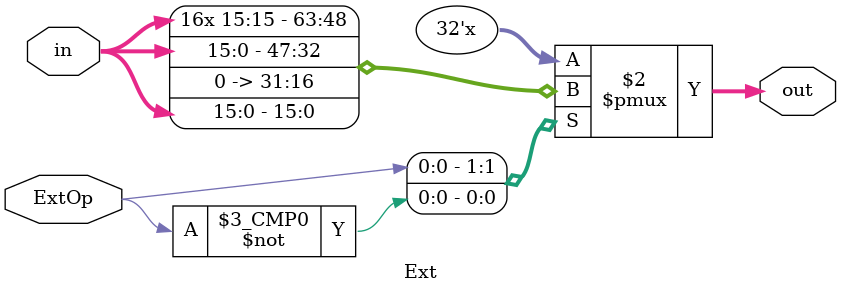
<source format=sv>
`ifndef _Ext
`define _Ext
`timescale 1ns / 1ps

module Ext(
	input wire [15 : 0] in,
	input wire ExtOp,
	output reg [31 : 0] out
    );
	always_comb begin
        case (ExtOp)
    	   1'b1: begin
    	       out[31 : 0] <= { {16{in[15]}}, in[15 : 0] };
    	   end
    	   1'b0: begin
    	       out[31 : 0] <= { {16'b0}, in[15 : 0] };
    	   end
        endcase
	end
endmodule

`endif
</source>
